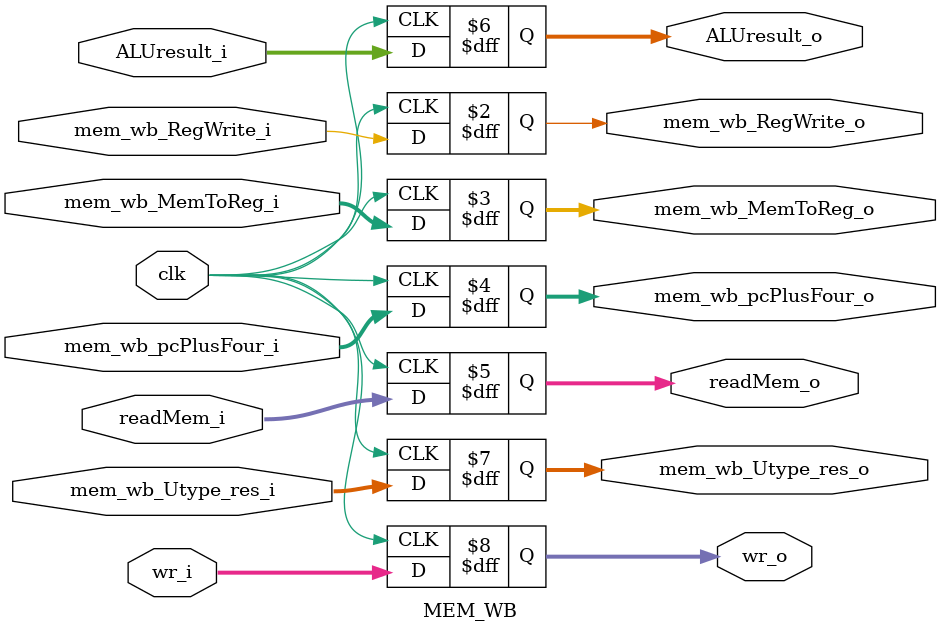
<source format=v>
module MEM_WB (
    clk         , 
    readMem_i    , 
    ALUresult_i  , 
    wr_i         ,
    mem_wb_RegWrite_i ,
    mem_wb_MemToReg_i ,
    mem_wb_pcPlusFour_i,
    mem_wb_Utype_res_i,
    readMem_o     , 
    ALUresult_o   , 
    wr_o          , 
    mem_wb_RegWrite_o , 
    mem_wb_MemToReg_o ,
    mem_wb_pcPlusFour_o,
    mem_wb_Utype_res_o
);

    input clk;
    input mem_wb_RegWrite_i;
    input [1:0] mem_wb_MemToReg_i;
    input [31:0] mem_wb_pcPlusFour_i, readMem_i, ALUresult_i, mem_wb_Utype_res_i;
    input [4:0] wr_i;

    output reg mem_wb_RegWrite_o;
    output reg [1:0] mem_wb_MemToReg_o;
    output reg [31:0] mem_wb_pcPlusFour_o, readMem_o, ALUresult_o, mem_wb_Utype_res_o;
    output reg [4:0] wr_o;

    always @(negedge clk) begin
        readMem_o <= readMem_i;
        ALUresult_o <= ALUresult_i;
        wr_o <= wr_i;
        mem_wb_RegWrite_o <= mem_wb_RegWrite_i;
        mem_wb_MemToReg_o <= mem_wb_MemToReg_i;
        mem_wb_pcPlusFour_o <= mem_wb_pcPlusFour_i;
        mem_wb_Utype_res_o <= mem_wb_Utype_res_i;
    end

endmodule

</source>
